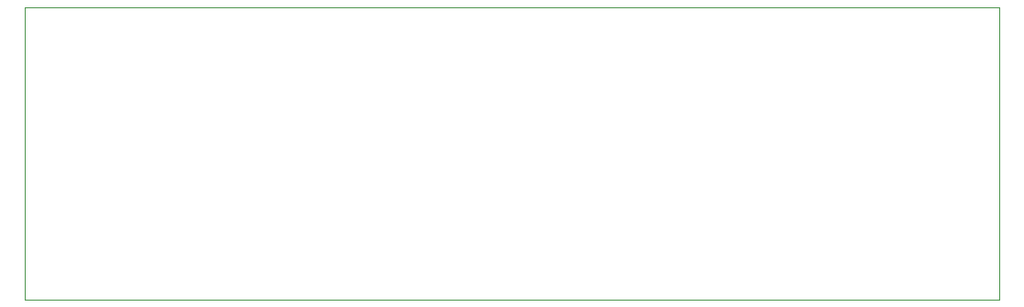
<source format=gbr>
%TF.GenerationSoftware,KiCad,Pcbnew,8.0.6*%
%TF.CreationDate,2024-12-08T18:35:24+09:00*%
%TF.ProjectId,backplane,6261636b-706c-4616-9e65-2e6b69636164,rev?*%
%TF.SameCoordinates,Original*%
%TF.FileFunction,Profile,NP*%
%FSLAX46Y46*%
G04 Gerber Fmt 4.6, Leading zero omitted, Abs format (unit mm)*
G04 Created by KiCad (PCBNEW 8.0.6) date 2024-12-08 18:35:24*
%MOMM*%
%LPD*%
G01*
G04 APERTURE LIST*
%TA.AperFunction,Profile*%
%ADD10C,0.050000*%
%TD*%
G04 APERTURE END LIST*
D10*
X0Y0D02*
X90000000Y0D01*
X90000000Y-27000000D01*
X0Y-27000000D01*
X0Y0D01*
M02*

</source>
